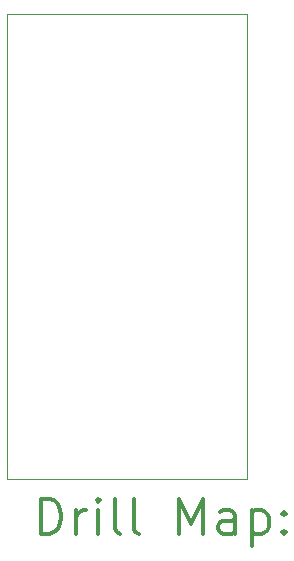
<source format=gbr>
%FSLAX45Y45*%
G04 Gerber Fmt 4.5, Leading zero omitted, Abs format (unit mm)*
G04 Created by KiCad (PCBNEW (5.1.2)-1) date 2020-02-06 22:00:10*
%MOMM*%
%LPD*%
G04 APERTURE LIST*
%ADD10C,0.050000*%
%ADD11C,0.200000*%
%ADD12C,0.300000*%
G04 APERTURE END LIST*
D10*
X17399000Y-6858000D02*
X17348200Y-6858000D01*
X17399000Y-10795000D02*
X17399000Y-6858000D01*
X15367000Y-10795000D02*
X17399000Y-10795000D01*
X15367000Y-6858000D02*
X15367000Y-10795000D01*
X15367000Y-6858000D02*
X17348200Y-6858000D01*
D11*
D12*
X15650928Y-11263214D02*
X15650928Y-10963214D01*
X15722357Y-10963214D01*
X15765214Y-10977500D01*
X15793786Y-11006072D01*
X15808071Y-11034643D01*
X15822357Y-11091786D01*
X15822357Y-11134643D01*
X15808071Y-11191786D01*
X15793786Y-11220357D01*
X15765214Y-11248929D01*
X15722357Y-11263214D01*
X15650928Y-11263214D01*
X15950928Y-11263214D02*
X15950928Y-11063214D01*
X15950928Y-11120357D02*
X15965214Y-11091786D01*
X15979500Y-11077500D01*
X16008071Y-11063214D01*
X16036643Y-11063214D01*
X16136643Y-11263214D02*
X16136643Y-11063214D01*
X16136643Y-10963214D02*
X16122357Y-10977500D01*
X16136643Y-10991786D01*
X16150928Y-10977500D01*
X16136643Y-10963214D01*
X16136643Y-10991786D01*
X16322357Y-11263214D02*
X16293786Y-11248929D01*
X16279500Y-11220357D01*
X16279500Y-10963214D01*
X16479500Y-11263214D02*
X16450928Y-11248929D01*
X16436643Y-11220357D01*
X16436643Y-10963214D01*
X16822357Y-11263214D02*
X16822357Y-10963214D01*
X16922357Y-11177500D01*
X17022357Y-10963214D01*
X17022357Y-11263214D01*
X17293786Y-11263214D02*
X17293786Y-11106072D01*
X17279500Y-11077500D01*
X17250928Y-11063214D01*
X17193786Y-11063214D01*
X17165214Y-11077500D01*
X17293786Y-11248929D02*
X17265214Y-11263214D01*
X17193786Y-11263214D01*
X17165214Y-11248929D01*
X17150928Y-11220357D01*
X17150928Y-11191786D01*
X17165214Y-11163214D01*
X17193786Y-11148929D01*
X17265214Y-11148929D01*
X17293786Y-11134643D01*
X17436643Y-11063214D02*
X17436643Y-11363214D01*
X17436643Y-11077500D02*
X17465214Y-11063214D01*
X17522357Y-11063214D01*
X17550928Y-11077500D01*
X17565214Y-11091786D01*
X17579500Y-11120357D01*
X17579500Y-11206071D01*
X17565214Y-11234643D01*
X17550928Y-11248929D01*
X17522357Y-11263214D01*
X17465214Y-11263214D01*
X17436643Y-11248929D01*
X17708071Y-11234643D02*
X17722357Y-11248929D01*
X17708071Y-11263214D01*
X17693786Y-11248929D01*
X17708071Y-11234643D01*
X17708071Y-11263214D01*
X17708071Y-11077500D02*
X17722357Y-11091786D01*
X17708071Y-11106072D01*
X17693786Y-11091786D01*
X17708071Y-11077500D01*
X17708071Y-11106072D01*
M02*

</source>
